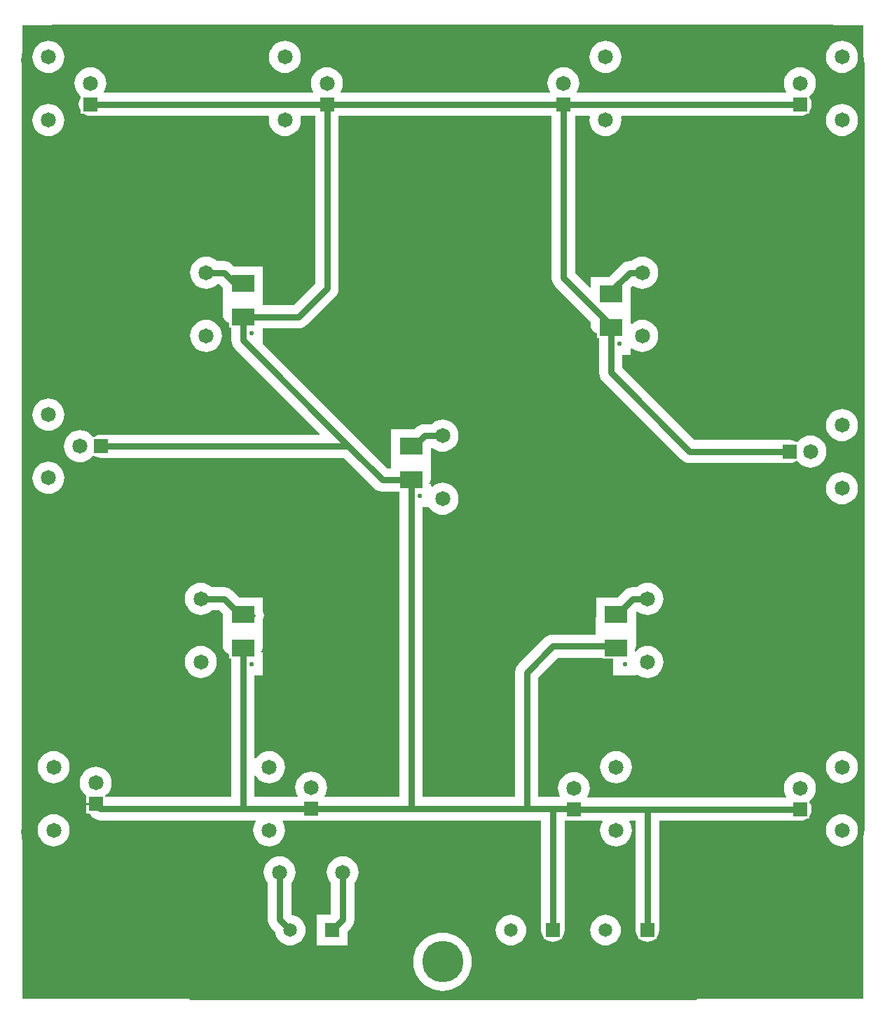
<source format=gtl>
G04*
G04 #@! TF.GenerationSoftware,Altium Limited,Altium Designer,20.1.11 (218)*
G04*
G04 Layer_Physical_Order=1*
G04 Layer_Color=255*
%FSLAX24Y24*%
%MOIN*%
G70*
G04*
G04 #@! TF.SameCoordinates,6E5F219A-F95A-408D-A6A4-F8ABCC739CFB*
G04*
G04*
G04 #@! TF.FilePolarity,Positive*
G04*
G01*
G75*
%ADD10R,0.1100X0.0800*%
%ADD11C,0.0300*%
%ADD12C,0.0100*%
%ADD13C,0.0200*%
%ADD14C,0.0715*%
%ADD15R,0.0715X0.0715*%
%ADD16R,0.0715X0.0715*%
%ADD17C,0.0650*%
%ADD18R,0.0650X0.0650*%
%ADD19C,0.1969*%
G36*
X121750Y161500D02*
X81750D01*
Y207750D01*
X121750D01*
Y161500D01*
D02*
G37*
%LPC*%
G36*
X109500Y207011D02*
X109352Y206996D01*
X109209Y206953D01*
X109077Y206883D01*
X108962Y206788D01*
X108867Y206673D01*
X108797Y206541D01*
X108754Y206398D01*
X108739Y206250D01*
X108754Y206102D01*
X108797Y205959D01*
X108867Y205827D01*
X108962Y205712D01*
X109077Y205617D01*
X109209Y205547D01*
X109352Y205504D01*
X109500Y205489D01*
X109648Y205504D01*
X109791Y205547D01*
X109923Y205617D01*
X110038Y205712D01*
X110133Y205827D01*
X110203Y205959D01*
X110246Y206102D01*
X110261Y206250D01*
X110246Y206398D01*
X110203Y206541D01*
X110133Y206673D01*
X110038Y206788D01*
X109923Y206883D01*
X109791Y206953D01*
X109648Y206996D01*
X109500Y207011D01*
D02*
G37*
G36*
X94250D02*
X94102Y206996D01*
X93959Y206953D01*
X93827Y206883D01*
X93712Y206788D01*
X93617Y206673D01*
X93547Y206541D01*
X93504Y206398D01*
X93489Y206250D01*
X93504Y206102D01*
X93547Y205959D01*
X93617Y205827D01*
X93712Y205712D01*
X93827Y205617D01*
X93959Y205547D01*
X94102Y205504D01*
X94250Y205489D01*
X94398Y205504D01*
X94541Y205547D01*
X94673Y205617D01*
X94788Y205712D01*
X94883Y205827D01*
X94953Y205959D01*
X94996Y206102D01*
X95011Y206250D01*
X94996Y206398D01*
X94953Y206541D01*
X94883Y206673D01*
X94788Y206788D01*
X94673Y206883D01*
X94541Y206953D01*
X94398Y206996D01*
X94250Y207011D01*
D02*
G37*
G36*
X83000D02*
X82852Y206996D01*
X82709Y206953D01*
X82577Y206883D01*
X82462Y206788D01*
X82367Y206673D01*
X82297Y206541D01*
X82254Y206398D01*
X82239Y206250D01*
X82254Y206102D01*
X82297Y205959D01*
X82367Y205827D01*
X82462Y205712D01*
X82577Y205617D01*
X82709Y205547D01*
X82852Y205504D01*
X83000Y205489D01*
X83148Y205504D01*
X83291Y205547D01*
X83423Y205617D01*
X83538Y205712D01*
X83633Y205827D01*
X83703Y205959D01*
X83746Y206102D01*
X83761Y206250D01*
X83746Y206398D01*
X83703Y206541D01*
X83633Y206673D01*
X83538Y206788D01*
X83423Y206883D01*
X83291Y206953D01*
X83148Y206996D01*
X83000Y207011D01*
D02*
G37*
G36*
X120750Y207011D02*
X120602Y206996D01*
X120459Y206953D01*
X120327Y206883D01*
X120212Y206788D01*
X120117Y206673D01*
X120047Y206541D01*
X120004Y206398D01*
X119989Y206250D01*
X120004Y206102D01*
X120047Y205959D01*
X120117Y205827D01*
X120212Y205712D01*
X120327Y205617D01*
X120459Y205547D01*
X120602Y205504D01*
X120750Y205489D01*
X120898Y205504D01*
X121041Y205547D01*
X121173Y205617D01*
X121288Y205712D01*
X121383Y205827D01*
X121453Y205959D01*
X121496Y206102D01*
X121511Y206250D01*
X121496Y206398D01*
X121453Y206541D01*
X121383Y206673D01*
X121288Y206788D01*
X121173Y206883D01*
X121041Y206953D01*
X120898Y206996D01*
X120750Y207011D01*
D02*
G37*
G36*
X118750Y205761D02*
X118602Y205746D01*
X118459Y205703D01*
X118327Y205633D01*
X118212Y205538D01*
X118117Y205423D01*
X118047Y205291D01*
X118004Y205148D01*
X117989Y205000D01*
X118004Y204852D01*
X118047Y204709D01*
X118103Y204605D01*
X118073Y204555D01*
X108177D01*
X108147Y204605D01*
X108203Y204709D01*
X108246Y204852D01*
X108261Y205000D01*
X108246Y205148D01*
X108203Y205291D01*
X108133Y205423D01*
X108038Y205538D01*
X107923Y205633D01*
X107791Y205703D01*
X107648Y205746D01*
X107500Y205761D01*
X107352Y205746D01*
X107209Y205703D01*
X107077Y205633D01*
X106962Y205538D01*
X106867Y205423D01*
X106797Y205291D01*
X106754Y205148D01*
X106739Y205000D01*
X106754Y204852D01*
X106797Y204709D01*
X106853Y204605D01*
X106823Y204555D01*
X96927D01*
X96897Y204605D01*
X96953Y204709D01*
X96996Y204852D01*
X97011Y205000D01*
X96996Y205148D01*
X96953Y205291D01*
X96883Y205423D01*
X96788Y205538D01*
X96673Y205633D01*
X96541Y205703D01*
X96398Y205746D01*
X96250Y205761D01*
X96102Y205746D01*
X95959Y205703D01*
X95827Y205633D01*
X95712Y205538D01*
X95617Y205423D01*
X95547Y205291D01*
X95504Y205148D01*
X95489Y205000D01*
X95504Y204852D01*
X95547Y204709D01*
X95603Y204605D01*
X95573Y204555D01*
X85677D01*
X85647Y204605D01*
X85703Y204709D01*
X85746Y204852D01*
X85761Y205000D01*
X85746Y205148D01*
X85703Y205291D01*
X85633Y205423D01*
X85538Y205538D01*
X85423Y205633D01*
X85291Y205703D01*
X85148Y205746D01*
X85000Y205761D01*
X84852Y205746D01*
X84709Y205703D01*
X84577Y205633D01*
X84462Y205538D01*
X84367Y205423D01*
X84297Y205291D01*
X84254Y205148D01*
X84239Y205000D01*
X84254Y204852D01*
X84297Y204709D01*
X84367Y204577D01*
X84462Y204462D01*
X84543Y204396D01*
Y204308D01*
X84520Y204277D01*
X84464Y204144D01*
X84445Y204000D01*
X84464Y203856D01*
X84520Y203723D01*
X84543Y203692D01*
Y203543D01*
X84692D01*
X84723Y203520D01*
X84856Y203464D01*
X85000Y203445D01*
X93476D01*
X93502Y203410D01*
X93503Y203395D01*
X93489Y203250D01*
X93504Y203102D01*
X93547Y202959D01*
X93617Y202827D01*
X93712Y202712D01*
X93827Y202617D01*
X93959Y202547D01*
X94102Y202504D01*
X94250Y202489D01*
X94398Y202504D01*
X94541Y202547D01*
X94673Y202617D01*
X94788Y202712D01*
X94883Y202827D01*
X94953Y202959D01*
X94996Y203102D01*
X95011Y203250D01*
X94997Y203395D01*
X94998Y203410D01*
X95024Y203445D01*
X95695D01*
Y195480D01*
X94670Y194455D01*
X93205D01*
Y195389D01*
X93200Y195423D01*
Y196300D01*
X91835D01*
X91742Y196392D01*
X91627Y196480D01*
X91494Y196536D01*
X91350Y196555D01*
X91018D01*
X90923Y196633D01*
X90791Y196703D01*
X90648Y196746D01*
X90500Y196761D01*
X90352Y196746D01*
X90209Y196703D01*
X90077Y196633D01*
X89962Y196538D01*
X89867Y196423D01*
X89797Y196291D01*
X89754Y196148D01*
X89739Y196000D01*
X89754Y195852D01*
X89797Y195709D01*
X89867Y195577D01*
X89962Y195462D01*
X90077Y195367D01*
X90209Y195297D01*
X90352Y195254D01*
X90500Y195239D01*
X90648Y195254D01*
X90791Y195297D01*
X90923Y195367D01*
X91018Y195445D01*
X91120D01*
X91295Y195270D01*
Y194011D01*
X91309Y193907D01*
X91349Y193810D01*
X91413Y193726D01*
X91497Y193662D01*
X91594Y193622D01*
X91600Y193621D01*
Y193400D01*
X91695D01*
Y192788D01*
X91714Y192644D01*
X91770Y192511D01*
X91858Y192396D01*
X95902Y188351D01*
X95883Y188305D01*
X85500D01*
X85356Y188286D01*
X85223Y188230D01*
X85192Y188207D01*
X85104D01*
X85038Y188288D01*
X84923Y188383D01*
X84791Y188453D01*
X84648Y188496D01*
X84500Y188511D01*
X84352Y188496D01*
X84209Y188453D01*
X84077Y188383D01*
X83962Y188288D01*
X83867Y188173D01*
X83797Y188041D01*
X83754Y187898D01*
X83739Y187750D01*
X83754Y187602D01*
X83797Y187459D01*
X83867Y187327D01*
X83962Y187212D01*
X84077Y187117D01*
X84209Y187047D01*
X84352Y187004D01*
X84500Y186989D01*
X84648Y187004D01*
X84791Y187047D01*
X84923Y187117D01*
X85038Y187212D01*
X85104Y187293D01*
X85192D01*
X85223Y187270D01*
X85356Y187214D01*
X85500Y187195D01*
X97058D01*
X98496Y185758D01*
X98611Y185670D01*
X98744Y185614D01*
X98888Y185595D01*
X99695D01*
Y171083D01*
X96177D01*
X96147Y171133D01*
X96203Y171237D01*
X96246Y171380D01*
X96261Y171528D01*
X96246Y171677D01*
X96203Y171819D01*
X96133Y171951D01*
X96038Y172066D01*
X95923Y172161D01*
X95791Y172231D01*
X95648Y172274D01*
X95500Y172289D01*
X95352Y172274D01*
X95209Y172231D01*
X95077Y172161D01*
X94962Y172066D01*
X94867Y171951D01*
X94797Y171819D01*
X94754Y171677D01*
X94739Y171528D01*
X94754Y171380D01*
X94797Y171237D01*
X94853Y171133D01*
X94823Y171083D01*
X92805D01*
Y172091D01*
X92853Y172104D01*
X92867Y172077D01*
X92962Y171962D01*
X93077Y171867D01*
X93209Y171797D01*
X93352Y171754D01*
X93500Y171739D01*
X93648Y171754D01*
X93791Y171797D01*
X93923Y171867D01*
X94038Y171962D01*
X94133Y172077D01*
X94203Y172209D01*
X94246Y172352D01*
X94261Y172500D01*
X94246Y172648D01*
X94203Y172791D01*
X94133Y172923D01*
X94038Y173038D01*
X93923Y173133D01*
X93791Y173203D01*
X93648Y173246D01*
X93500Y173261D01*
X93352Y173246D01*
X93209Y173203D01*
X93077Y173133D01*
X92962Y173038D01*
X92867Y172923D01*
X92853Y172896D01*
X92805Y172909D01*
Y176850D01*
X93200D01*
Y177950D01*
X93129D01*
X93105Y178000D01*
X93151Y178060D01*
X93191Y178157D01*
X93205Y178261D01*
Y179501D01*
X93238Y179583D01*
X93254Y179700D01*
X93238Y179817D01*
X93200Y179910D01*
Y180550D01*
X92085D01*
X91742Y180892D01*
X91627Y180980D01*
X91494Y181036D01*
X91350Y181055D01*
X90768D01*
X90673Y181133D01*
X90541Y181203D01*
X90398Y181246D01*
X90250Y181261D01*
X90102Y181246D01*
X89959Y181203D01*
X89827Y181133D01*
X89712Y181038D01*
X89617Y180923D01*
X89547Y180791D01*
X89504Y180648D01*
X89489Y180500D01*
X89504Y180352D01*
X89547Y180209D01*
X89617Y180077D01*
X89712Y179962D01*
X89827Y179867D01*
X89959Y179797D01*
X90102Y179754D01*
X90250Y179739D01*
X90398Y179754D01*
X90541Y179797D01*
X90673Y179867D01*
X90768Y179945D01*
X91120D01*
X91300Y179765D01*
Y179674D01*
X91295Y179639D01*
Y178261D01*
X91309Y178157D01*
X91349Y178060D01*
X91413Y177976D01*
X91497Y177912D01*
X91594Y177872D01*
X91600Y177871D01*
Y177650D01*
X91695D01*
Y171083D01*
X85707D01*
Y171146D01*
X85788Y171212D01*
X85883Y171327D01*
X85953Y171459D01*
X85996Y171602D01*
X86011Y171750D01*
X85996Y171898D01*
X85953Y172041D01*
X85883Y172173D01*
X85788Y172288D01*
X85673Y172383D01*
X85541Y172453D01*
X85398Y172496D01*
X85250Y172511D01*
X85102Y172496D01*
X84959Y172453D01*
X84827Y172383D01*
X84712Y172288D01*
X84617Y172173D01*
X84547Y172041D01*
X84504Y171898D01*
X84489Y171750D01*
X84504Y171602D01*
X84547Y171459D01*
X84617Y171327D01*
X84712Y171212D01*
X84793Y171146D01*
Y170800D01*
X85250D01*
Y170700D01*
X84793D01*
Y170293D01*
X84974D01*
X84992Y170251D01*
X85080Y170136D01*
X85195Y170048D01*
X85328Y169992D01*
X85472Y169973D01*
X92850D01*
X92872Y169928D01*
X92867Y169923D01*
X92797Y169791D01*
X92754Y169648D01*
X92739Y169500D01*
X92754Y169352D01*
X92797Y169209D01*
X92867Y169077D01*
X92962Y168962D01*
X93077Y168867D01*
X93209Y168797D01*
X93352Y168754D01*
X93500Y168739D01*
X93648Y168754D01*
X93791Y168797D01*
X93923Y168867D01*
X94038Y168962D01*
X94133Y169077D01*
X94203Y169209D01*
X94246Y169352D01*
X94261Y169500D01*
X94246Y169648D01*
X94203Y169791D01*
X94133Y169923D01*
X94128Y169928D01*
X94150Y169973D01*
X106445D01*
Y164750D01*
X106464Y164606D01*
X106520Y164473D01*
X106575Y164400D01*
Y164325D01*
X106650D01*
X106723Y164270D01*
X106856Y164214D01*
X107000Y164195D01*
X107144Y164214D01*
X107277Y164270D01*
X107350Y164325D01*
X107425D01*
Y164400D01*
X107480Y164473D01*
X107536Y164606D01*
X107555Y164750D01*
Y169973D01*
X107834D01*
X107856Y169964D01*
X108000Y169945D01*
X109323D01*
X109353Y169895D01*
X109297Y169791D01*
X109254Y169648D01*
X109239Y169500D01*
X109254Y169352D01*
X109297Y169209D01*
X109367Y169077D01*
X109462Y168962D01*
X109577Y168867D01*
X109709Y168797D01*
X109852Y168754D01*
X110000Y168739D01*
X110148Y168754D01*
X110291Y168797D01*
X110423Y168867D01*
X110538Y168962D01*
X110633Y169077D01*
X110703Y169209D01*
X110746Y169352D01*
X110761Y169500D01*
X110746Y169648D01*
X110703Y169791D01*
X110647Y169895D01*
X110677Y169945D01*
X110945D01*
Y164750D01*
X110964Y164606D01*
X111020Y164473D01*
X111075Y164400D01*
Y164325D01*
X111150D01*
X111223Y164270D01*
X111356Y164214D01*
X111500Y164195D01*
X111644Y164214D01*
X111777Y164270D01*
X111850Y164325D01*
X111925D01*
Y164400D01*
X111980Y164473D01*
X112036Y164606D01*
X112055Y164750D01*
Y169945D01*
X118750D01*
X118894Y169964D01*
X119027Y170020D01*
X119058Y170043D01*
X119207D01*
Y170192D01*
X119230Y170223D01*
X119286Y170356D01*
X119305Y170500D01*
X119286Y170644D01*
X119230Y170777D01*
X119207Y170808D01*
Y170896D01*
X119288Y170962D01*
X119383Y171077D01*
X119453Y171209D01*
X119496Y171352D01*
X119511Y171500D01*
X119496Y171648D01*
X119453Y171791D01*
X119383Y171923D01*
X119288Y172038D01*
X119173Y172133D01*
X119041Y172203D01*
X118898Y172246D01*
X118750Y172261D01*
X118602Y172246D01*
X118459Y172203D01*
X118327Y172133D01*
X118212Y172038D01*
X118117Y171923D01*
X118047Y171791D01*
X118004Y171648D01*
X117989Y171500D01*
X118004Y171352D01*
X118047Y171209D01*
X118103Y171105D01*
X118073Y171055D01*
X108677D01*
X108647Y171105D01*
X108703Y171209D01*
X108746Y171352D01*
X108761Y171500D01*
X108746Y171648D01*
X108703Y171791D01*
X108633Y171923D01*
X108538Y172038D01*
X108423Y172133D01*
X108291Y172203D01*
X108148Y172246D01*
X108000Y172261D01*
X107852Y172246D01*
X107709Y172203D01*
X107577Y172133D01*
X107462Y172038D01*
X107367Y171923D01*
X107297Y171791D01*
X107254Y171648D01*
X107239Y171500D01*
X107254Y171352D01*
X107297Y171209D01*
X107341Y171126D01*
X107316Y171083D01*
X106305D01*
Y176770D01*
X107230Y177695D01*
X109350D01*
Y177650D01*
X109850D01*
Y176850D01*
X110950D01*
Y176907D01*
X111000Y176931D01*
X111077Y176867D01*
X111209Y176797D01*
X111352Y176754D01*
X111500Y176739D01*
X111648Y176754D01*
X111791Y176797D01*
X111923Y176867D01*
X112038Y176962D01*
X112133Y177077D01*
X112203Y177209D01*
X112246Y177352D01*
X112261Y177500D01*
X112246Y177648D01*
X112203Y177791D01*
X112133Y177923D01*
X112038Y178038D01*
X111923Y178133D01*
X111791Y178203D01*
X111648Y178246D01*
X111500Y178261D01*
X111352Y178246D01*
X111209Y178203D01*
X111077Y178133D01*
X110962Y178038D01*
X110918Y177985D01*
X110907Y177986D01*
X110885Y178039D01*
X110901Y178060D01*
X110941Y178157D01*
X110955Y178261D01*
Y179639D01*
X110950Y179673D01*
Y179865D01*
X111008Y179924D01*
X111077Y179867D01*
X111209Y179797D01*
X111352Y179754D01*
X111500Y179739D01*
X111648Y179754D01*
X111791Y179797D01*
X111923Y179867D01*
X112038Y179962D01*
X112133Y180077D01*
X112203Y180209D01*
X112246Y180352D01*
X112261Y180500D01*
X112246Y180648D01*
X112203Y180791D01*
X112133Y180923D01*
X112038Y181038D01*
X111923Y181133D01*
X111791Y181203D01*
X111648Y181246D01*
X111500Y181261D01*
X111352Y181246D01*
X111209Y181203D01*
X111077Y181133D01*
X110982Y181055D01*
X110800D01*
X110800Y181055D01*
X110656Y181036D01*
X110523Y180980D01*
X110408Y180892D01*
X110065Y180550D01*
X109050D01*
Y179674D01*
X109045Y179639D01*
Y178805D01*
X107000D01*
X107000Y178805D01*
X106856Y178786D01*
X106723Y178730D01*
X106608Y178642D01*
X105358Y177392D01*
X105270Y177277D01*
X105214Y177144D01*
X105195Y177000D01*
Y171083D01*
X100805D01*
Y184850D01*
X101105D01*
X101117Y184827D01*
X101212Y184712D01*
X101327Y184617D01*
X101459Y184547D01*
X101602Y184504D01*
X101750Y184489D01*
X101898Y184504D01*
X102041Y184547D01*
X102173Y184617D01*
X102288Y184712D01*
X102383Y184827D01*
X102453Y184959D01*
X102496Y185102D01*
X102511Y185250D01*
X102496Y185398D01*
X102453Y185541D01*
X102383Y185673D01*
X102288Y185788D01*
X102173Y185883D01*
X102041Y185953D01*
X101898Y185996D01*
X101750Y186011D01*
X101602Y185996D01*
X101459Y185953D01*
X101327Y185883D01*
X101250Y185819D01*
X101200Y185843D01*
Y185950D01*
X101129D01*
X101105Y186000D01*
X101151Y186060D01*
X101191Y186157D01*
X101205Y186261D01*
Y187639D01*
X101204Y187645D01*
X101210Y187657D01*
X101261Y187672D01*
X101327Y187617D01*
X101459Y187547D01*
X101602Y187504D01*
X101750Y187489D01*
X101898Y187504D01*
X102041Y187547D01*
X102173Y187617D01*
X102288Y187712D01*
X102383Y187827D01*
X102453Y187959D01*
X102496Y188102D01*
X102511Y188250D01*
X102496Y188398D01*
X102453Y188541D01*
X102383Y188673D01*
X102288Y188788D01*
X102173Y188883D01*
X102041Y188953D01*
X101898Y188996D01*
X101750Y189011D01*
X101602Y188996D01*
X101459Y188953D01*
X101327Y188883D01*
X101232Y188805D01*
X100900D01*
X100900Y188805D01*
X100756Y188786D01*
X100623Y188730D01*
X100508Y188642D01*
X100415Y188550D01*
X99300D01*
Y187674D01*
X99295Y187639D01*
Y186705D01*
X99118D01*
X97661Y188161D01*
X93200Y192622D01*
Y193345D01*
X94900D01*
X95044Y193364D01*
X95177Y193420D01*
X95292Y193508D01*
X96642Y194858D01*
X96642Y194858D01*
X96730Y194973D01*
X96786Y195106D01*
X96805Y195250D01*
Y203445D01*
X106945D01*
Y195750D01*
X106964Y195606D01*
X107020Y195473D01*
X107108Y195358D01*
X108795Y193670D01*
Y193511D01*
X108809Y193407D01*
X108849Y193310D01*
X108913Y193226D01*
X108997Y193162D01*
X109094Y193122D01*
X109100Y193121D01*
Y192900D01*
X109195D01*
Y191250D01*
X109214Y191106D01*
X109270Y190973D01*
X109358Y190858D01*
X113108Y187108D01*
X113223Y187020D01*
X113356Y186964D01*
X113500Y186945D01*
X113500Y186945D01*
X118250D01*
X118394Y186964D01*
X118527Y187020D01*
X118558Y187043D01*
X118646D01*
X118712Y186962D01*
X118827Y186867D01*
X118959Y186797D01*
X119102Y186754D01*
X119250Y186739D01*
X119398Y186754D01*
X119541Y186797D01*
X119673Y186867D01*
X119788Y186962D01*
X119883Y187077D01*
X119953Y187209D01*
X119996Y187352D01*
X120011Y187500D01*
X119996Y187648D01*
X119953Y187791D01*
X119883Y187923D01*
X119788Y188038D01*
X119673Y188133D01*
X119541Y188203D01*
X119398Y188246D01*
X119250Y188261D01*
X119102Y188246D01*
X118959Y188203D01*
X118827Y188133D01*
X118712Y188038D01*
X118646Y187957D01*
X118558D01*
X118527Y187980D01*
X118394Y188036D01*
X118250Y188055D01*
X113730D01*
X110305Y191480D01*
Y192100D01*
X110700D01*
Y192407D01*
X110750Y192431D01*
X110827Y192367D01*
X110959Y192297D01*
X111102Y192254D01*
X111250Y192239D01*
X111398Y192254D01*
X111541Y192297D01*
X111673Y192367D01*
X111788Y192462D01*
X111883Y192577D01*
X111953Y192709D01*
X111996Y192852D01*
X112011Y193000D01*
X111996Y193148D01*
X111953Y193291D01*
X111883Y193423D01*
X111788Y193538D01*
X111673Y193633D01*
X111541Y193703D01*
X111398Y193746D01*
X111250Y193761D01*
X111102Y193746D01*
X110959Y193703D01*
X110827Y193633D01*
X110755Y193573D01*
X110705Y193597D01*
Y194889D01*
X110700Y194923D01*
Y195265D01*
X110813Y195379D01*
X110827Y195367D01*
X110959Y195297D01*
X111102Y195254D01*
X111250Y195239D01*
X111398Y195254D01*
X111541Y195297D01*
X111673Y195367D01*
X111788Y195462D01*
X111883Y195577D01*
X111953Y195709D01*
X111996Y195852D01*
X112011Y196000D01*
X111996Y196148D01*
X111953Y196291D01*
X111883Y196423D01*
X111788Y196538D01*
X111673Y196633D01*
X111541Y196703D01*
X111398Y196746D01*
X111250Y196761D01*
X111102Y196746D01*
X110959Y196703D01*
X110827Y196633D01*
X110732Y196555D01*
X110650D01*
X110506Y196536D01*
X110373Y196480D01*
X110258Y196392D01*
X109665Y195800D01*
X108800D01*
Y195300D01*
X108754Y195281D01*
X108055Y195980D01*
Y203445D01*
X108726D01*
X108752Y203410D01*
X108753Y203395D01*
X108739Y203250D01*
X108754Y203102D01*
X108797Y202959D01*
X108867Y202827D01*
X108962Y202712D01*
X109077Y202617D01*
X109209Y202547D01*
X109352Y202504D01*
X109500Y202489D01*
X109648Y202504D01*
X109791Y202547D01*
X109923Y202617D01*
X110038Y202712D01*
X110133Y202827D01*
X110203Y202959D01*
X110246Y203102D01*
X110261Y203250D01*
X110247Y203395D01*
X110248Y203410D01*
X110274Y203445D01*
X118750D01*
X118894Y203464D01*
X119027Y203520D01*
X119058Y203543D01*
X119207D01*
Y203692D01*
X119230Y203723D01*
X119286Y203856D01*
X119305Y204000D01*
X119286Y204144D01*
X119230Y204277D01*
X119207Y204308D01*
Y204396D01*
X119288Y204462D01*
X119383Y204577D01*
X119453Y204709D01*
X119496Y204852D01*
X119511Y205000D01*
X119496Y205148D01*
X119453Y205291D01*
X119383Y205423D01*
X119288Y205538D01*
X119173Y205633D01*
X119041Y205703D01*
X118898Y205746D01*
X118750Y205761D01*
D02*
G37*
G36*
X120750Y204011D02*
X120602Y203996D01*
X120459Y203953D01*
X120327Y203883D01*
X120212Y203788D01*
X120117Y203673D01*
X120047Y203541D01*
X120004Y203398D01*
X119989Y203250D01*
X120004Y203102D01*
X120047Y202959D01*
X120117Y202827D01*
X120212Y202712D01*
X120327Y202617D01*
X120459Y202547D01*
X120602Y202504D01*
X120750Y202489D01*
X120898Y202504D01*
X121041Y202547D01*
X121173Y202617D01*
X121288Y202712D01*
X121383Y202827D01*
X121453Y202959D01*
X121496Y203102D01*
X121511Y203250D01*
X121496Y203398D01*
X121453Y203541D01*
X121383Y203673D01*
X121288Y203788D01*
X121173Y203883D01*
X121041Y203953D01*
X120898Y203996D01*
X120750Y204011D01*
D02*
G37*
G36*
X83000Y204011D02*
X82852Y203996D01*
X82709Y203953D01*
X82577Y203883D01*
X82462Y203788D01*
X82367Y203673D01*
X82297Y203541D01*
X82254Y203398D01*
X82239Y203250D01*
X82254Y203102D01*
X82297Y202959D01*
X82367Y202827D01*
X82462Y202712D01*
X82577Y202617D01*
X82709Y202547D01*
X82852Y202504D01*
X83000Y202489D01*
X83148Y202504D01*
X83291Y202547D01*
X83423Y202617D01*
X83538Y202712D01*
X83633Y202827D01*
X83703Y202959D01*
X83746Y203102D01*
X83761Y203250D01*
X83746Y203398D01*
X83703Y203541D01*
X83633Y203673D01*
X83538Y203788D01*
X83423Y203883D01*
X83291Y203953D01*
X83148Y203996D01*
X83000Y204011D01*
D02*
G37*
G36*
X90500Y193761D02*
X90352Y193746D01*
X90209Y193703D01*
X90077Y193633D01*
X89962Y193538D01*
X89867Y193423D01*
X89797Y193291D01*
X89754Y193148D01*
X89739Y193000D01*
X89754Y192852D01*
X89797Y192709D01*
X89867Y192577D01*
X89962Y192462D01*
X90077Y192367D01*
X90209Y192297D01*
X90352Y192254D01*
X90500Y192239D01*
X90648Y192254D01*
X90791Y192297D01*
X90923Y192367D01*
X91038Y192462D01*
X91133Y192577D01*
X91203Y192709D01*
X91246Y192852D01*
X91261Y193000D01*
X91246Y193148D01*
X91203Y193291D01*
X91133Y193423D01*
X91038Y193538D01*
X90923Y193633D01*
X90791Y193703D01*
X90648Y193746D01*
X90500Y193761D01*
D02*
G37*
G36*
X83000Y190011D02*
X82852Y189996D01*
X82709Y189953D01*
X82577Y189883D01*
X82462Y189788D01*
X82367Y189673D01*
X82297Y189541D01*
X82254Y189398D01*
X82239Y189250D01*
X82254Y189102D01*
X82297Y188959D01*
X82367Y188827D01*
X82462Y188712D01*
X82577Y188617D01*
X82709Y188547D01*
X82852Y188504D01*
X83000Y188489D01*
X83148Y188504D01*
X83291Y188547D01*
X83423Y188617D01*
X83538Y188712D01*
X83633Y188827D01*
X83703Y188959D01*
X83746Y189102D01*
X83761Y189250D01*
X83746Y189398D01*
X83703Y189541D01*
X83633Y189673D01*
X83538Y189788D01*
X83423Y189883D01*
X83291Y189953D01*
X83148Y189996D01*
X83000Y190011D01*
D02*
G37*
G36*
X120750Y189511D02*
X120602Y189496D01*
X120459Y189453D01*
X120327Y189383D01*
X120212Y189288D01*
X120117Y189173D01*
X120047Y189041D01*
X120004Y188898D01*
X119989Y188750D01*
X120004Y188602D01*
X120047Y188459D01*
X120117Y188327D01*
X120212Y188212D01*
X120327Y188117D01*
X120459Y188047D01*
X120602Y188004D01*
X120750Y187989D01*
X120898Y188004D01*
X121041Y188047D01*
X121173Y188117D01*
X121288Y188212D01*
X121383Y188327D01*
X121453Y188459D01*
X121496Y188602D01*
X121511Y188750D01*
X121496Y188898D01*
X121453Y189041D01*
X121383Y189173D01*
X121288Y189288D01*
X121173Y189383D01*
X121041Y189453D01*
X120898Y189496D01*
X120750Y189511D01*
D02*
G37*
G36*
X83000Y187011D02*
X82852Y186996D01*
X82709Y186953D01*
X82577Y186883D01*
X82462Y186788D01*
X82367Y186673D01*
X82297Y186541D01*
X82254Y186398D01*
X82239Y186250D01*
X82254Y186102D01*
X82297Y185959D01*
X82367Y185827D01*
X82462Y185712D01*
X82577Y185617D01*
X82709Y185547D01*
X82852Y185504D01*
X83000Y185489D01*
X83148Y185504D01*
X83291Y185547D01*
X83423Y185617D01*
X83538Y185712D01*
X83633Y185827D01*
X83703Y185959D01*
X83746Y186102D01*
X83761Y186250D01*
X83746Y186398D01*
X83703Y186541D01*
X83633Y186673D01*
X83538Y186788D01*
X83423Y186883D01*
X83291Y186953D01*
X83148Y186996D01*
X83000Y187011D01*
D02*
G37*
G36*
X120750Y186511D02*
X120602Y186496D01*
X120459Y186453D01*
X120327Y186383D01*
X120212Y186288D01*
X120117Y186173D01*
X120047Y186041D01*
X120004Y185898D01*
X119989Y185750D01*
X120004Y185602D01*
X120047Y185459D01*
X120117Y185327D01*
X120212Y185212D01*
X120327Y185117D01*
X120459Y185047D01*
X120602Y185004D01*
X120750Y184989D01*
X120898Y185004D01*
X121041Y185047D01*
X121173Y185117D01*
X121288Y185212D01*
X121383Y185327D01*
X121453Y185459D01*
X121496Y185602D01*
X121511Y185750D01*
X121496Y185898D01*
X121453Y186041D01*
X121383Y186173D01*
X121288Y186288D01*
X121173Y186383D01*
X121041Y186453D01*
X120898Y186496D01*
X120750Y186511D01*
D02*
G37*
G36*
X90250Y178261D02*
X90102Y178246D01*
X89959Y178203D01*
X89827Y178133D01*
X89712Y178038D01*
X89617Y177923D01*
X89547Y177791D01*
X89504Y177648D01*
X89489Y177500D01*
X89504Y177352D01*
X89547Y177209D01*
X89617Y177077D01*
X89712Y176962D01*
X89827Y176867D01*
X89959Y176797D01*
X90102Y176754D01*
X90250Y176739D01*
X90398Y176754D01*
X90541Y176797D01*
X90673Y176867D01*
X90788Y176962D01*
X90883Y177077D01*
X90953Y177209D01*
X90996Y177352D01*
X91011Y177500D01*
X90996Y177648D01*
X90953Y177791D01*
X90883Y177923D01*
X90788Y178038D01*
X90673Y178133D01*
X90541Y178203D01*
X90398Y178246D01*
X90250Y178261D01*
D02*
G37*
G36*
X120750Y173261D02*
X120602Y173246D01*
X120459Y173203D01*
X120327Y173133D01*
X120212Y173038D01*
X120117Y172923D01*
X120047Y172791D01*
X120004Y172648D01*
X119989Y172500D01*
X120004Y172352D01*
X120047Y172209D01*
X120117Y172077D01*
X120212Y171962D01*
X120327Y171867D01*
X120459Y171797D01*
X120602Y171754D01*
X120750Y171739D01*
X120898Y171754D01*
X121041Y171797D01*
X121173Y171867D01*
X121288Y171962D01*
X121383Y172077D01*
X121453Y172209D01*
X121496Y172352D01*
X121511Y172500D01*
X121496Y172648D01*
X121453Y172791D01*
X121383Y172923D01*
X121288Y173038D01*
X121173Y173133D01*
X121041Y173203D01*
X120898Y173246D01*
X120750Y173261D01*
D02*
G37*
G36*
X110000D02*
X109852Y173246D01*
X109709Y173203D01*
X109577Y173133D01*
X109462Y173038D01*
X109367Y172923D01*
X109297Y172791D01*
X109254Y172648D01*
X109239Y172500D01*
X109254Y172352D01*
X109297Y172209D01*
X109367Y172077D01*
X109462Y171962D01*
X109577Y171867D01*
X109709Y171797D01*
X109852Y171754D01*
X110000Y171739D01*
X110148Y171754D01*
X110291Y171797D01*
X110423Y171867D01*
X110538Y171962D01*
X110633Y172077D01*
X110703Y172209D01*
X110746Y172352D01*
X110761Y172500D01*
X110746Y172648D01*
X110703Y172791D01*
X110633Y172923D01*
X110538Y173038D01*
X110423Y173133D01*
X110291Y173203D01*
X110148Y173246D01*
X110000Y173261D01*
D02*
G37*
G36*
X83250D02*
X83102Y173246D01*
X82959Y173203D01*
X82827Y173133D01*
X82712Y173038D01*
X82617Y172923D01*
X82547Y172791D01*
X82504Y172648D01*
X82489Y172500D01*
X82504Y172352D01*
X82547Y172209D01*
X82617Y172077D01*
X82712Y171962D01*
X82827Y171867D01*
X82959Y171797D01*
X83102Y171754D01*
X83250Y171739D01*
X83398Y171754D01*
X83541Y171797D01*
X83673Y171867D01*
X83788Y171962D01*
X83883Y172077D01*
X83953Y172209D01*
X83996Y172352D01*
X84011Y172500D01*
X83996Y172648D01*
X83953Y172791D01*
X83883Y172923D01*
X83788Y173038D01*
X83673Y173133D01*
X83541Y173203D01*
X83398Y173246D01*
X83250Y173261D01*
D02*
G37*
G36*
X120750Y170261D02*
X120602Y170246D01*
X120459Y170203D01*
X120327Y170133D01*
X120212Y170038D01*
X120117Y169923D01*
X120047Y169791D01*
X120004Y169648D01*
X119989Y169500D01*
X120004Y169352D01*
X120047Y169209D01*
X120117Y169077D01*
X120212Y168962D01*
X120327Y168867D01*
X120459Y168797D01*
X120602Y168754D01*
X120750Y168739D01*
X120898Y168754D01*
X121041Y168797D01*
X121173Y168867D01*
X121288Y168962D01*
X121383Y169077D01*
X121453Y169209D01*
X121496Y169352D01*
X121511Y169500D01*
X121496Y169648D01*
X121453Y169791D01*
X121383Y169923D01*
X121288Y170038D01*
X121173Y170133D01*
X121041Y170203D01*
X120898Y170246D01*
X120750Y170261D01*
D02*
G37*
G36*
X83250D02*
X83102Y170246D01*
X82959Y170203D01*
X82827Y170133D01*
X82712Y170038D01*
X82617Y169923D01*
X82547Y169791D01*
X82504Y169648D01*
X82489Y169500D01*
X82504Y169352D01*
X82547Y169209D01*
X82617Y169077D01*
X82712Y168962D01*
X82827Y168867D01*
X82959Y168797D01*
X83102Y168754D01*
X83250Y168739D01*
X83398Y168754D01*
X83541Y168797D01*
X83673Y168867D01*
X83788Y168962D01*
X83883Y169077D01*
X83953Y169209D01*
X83996Y169352D01*
X84011Y169500D01*
X83996Y169648D01*
X83953Y169791D01*
X83883Y169923D01*
X83788Y170038D01*
X83673Y170133D01*
X83541Y170203D01*
X83398Y170246D01*
X83250Y170261D01*
D02*
G37*
G36*
X97000Y168261D02*
X96852Y168246D01*
X96709Y168203D01*
X96577Y168133D01*
X96462Y168038D01*
X96367Y167923D01*
X96297Y167791D01*
X96254Y167648D01*
X96239Y167500D01*
X96254Y167352D01*
X96297Y167209D01*
X96367Y167077D01*
X96445Y166982D01*
Y165480D01*
X96440Y165475D01*
X95775D01*
Y164025D01*
X97225D01*
Y164690D01*
X97392Y164858D01*
X97480Y164973D01*
X97536Y165106D01*
X97555Y165250D01*
X97555Y165250D01*
Y166982D01*
X97633Y167077D01*
X97703Y167209D01*
X97746Y167352D01*
X97761Y167500D01*
X97746Y167648D01*
X97703Y167791D01*
X97633Y167923D01*
X97538Y168038D01*
X97423Y168133D01*
X97291Y168203D01*
X97148Y168246D01*
X97000Y168261D01*
D02*
G37*
G36*
X109500Y165478D02*
X109358Y165464D01*
X109221Y165423D01*
X109095Y165356D01*
X108985Y165265D01*
X108894Y165155D01*
X108827Y165029D01*
X108786Y164892D01*
X108772Y164750D01*
X108786Y164608D01*
X108827Y164471D01*
X108894Y164345D01*
X108985Y164235D01*
X109095Y164144D01*
X109221Y164077D01*
X109358Y164036D01*
X109500Y164022D01*
X109642Y164036D01*
X109779Y164077D01*
X109905Y164144D01*
X110015Y164235D01*
X110106Y164345D01*
X110173Y164471D01*
X110214Y164608D01*
X110228Y164750D01*
X110214Y164892D01*
X110173Y165029D01*
X110106Y165155D01*
X110015Y165265D01*
X109905Y165356D01*
X109779Y165423D01*
X109642Y165464D01*
X109500Y165478D01*
D02*
G37*
G36*
X105000D02*
X104858Y165464D01*
X104721Y165423D01*
X104595Y165356D01*
X104485Y165265D01*
X104394Y165155D01*
X104327Y165029D01*
X104286Y164892D01*
X104272Y164750D01*
X104286Y164608D01*
X104327Y164471D01*
X104394Y164345D01*
X104485Y164235D01*
X104595Y164144D01*
X104721Y164077D01*
X104858Y164036D01*
X105000Y164022D01*
X105142Y164036D01*
X105279Y164077D01*
X105405Y164144D01*
X105515Y164235D01*
X105606Y164345D01*
X105673Y164471D01*
X105714Y164608D01*
X105728Y164750D01*
X105714Y164892D01*
X105673Y165029D01*
X105606Y165155D01*
X105515Y165265D01*
X105405Y165356D01*
X105279Y165423D01*
X105142Y165464D01*
X105000Y165478D01*
D02*
G37*
G36*
X94000Y168261D02*
X93852Y168246D01*
X93709Y168203D01*
X93577Y168133D01*
X93462Y168038D01*
X93367Y167923D01*
X93297Y167791D01*
X93254Y167648D01*
X93239Y167500D01*
X93254Y167352D01*
X93297Y167209D01*
X93367Y167077D01*
X93445Y166982D01*
Y165250D01*
X93464Y165106D01*
X93520Y164973D01*
X93608Y164858D01*
X93778Y164688D01*
X93786Y164608D01*
X93827Y164471D01*
X93894Y164345D01*
X93985Y164235D01*
X94095Y164144D01*
X94221Y164077D01*
X94358Y164036D01*
X94500Y164022D01*
X94642Y164036D01*
X94779Y164077D01*
X94905Y164144D01*
X95015Y164235D01*
X95106Y164345D01*
X95173Y164471D01*
X95214Y164608D01*
X95228Y164750D01*
X95214Y164892D01*
X95173Y165029D01*
X95106Y165155D01*
X95015Y165265D01*
X94905Y165356D01*
X94779Y165423D01*
X94642Y165464D01*
X94562Y165472D01*
X94555Y165480D01*
Y166982D01*
X94633Y167077D01*
X94703Y167209D01*
X94746Y167352D01*
X94761Y167500D01*
X94746Y167648D01*
X94703Y167791D01*
X94633Y167923D01*
X94538Y168038D01*
X94423Y168133D01*
X94291Y168203D01*
X94148Y168246D01*
X94000Y168261D01*
D02*
G37*
G36*
X101750Y164639D02*
X101533Y164621D01*
X101321Y164571D01*
X101120Y164487D01*
X100934Y164373D01*
X100768Y164232D01*
X100627Y164066D01*
X100513Y163880D01*
X100429Y163679D01*
X100379Y163467D01*
X100361Y163250D01*
X100379Y163033D01*
X100429Y162821D01*
X100513Y162620D01*
X100627Y162434D01*
X100768Y162268D01*
X100934Y162127D01*
X101120Y162013D01*
X101321Y161929D01*
X101533Y161879D01*
X101750Y161861D01*
X101967Y161879D01*
X102179Y161929D01*
X102380Y162013D01*
X102566Y162127D01*
X102732Y162268D01*
X102873Y162434D01*
X102987Y162620D01*
X103071Y162821D01*
X103121Y163033D01*
X103139Y163250D01*
X103121Y163467D01*
X103071Y163679D01*
X102987Y163880D01*
X102873Y164066D01*
X102732Y164232D01*
X102566Y164373D01*
X102380Y164487D01*
X102179Y164571D01*
X101967Y164621D01*
X101750Y164639D01*
D02*
G37*
%LPD*%
D10*
X100250Y186150D02*
D03*
Y187750D02*
D03*
X92250Y178150D02*
D03*
Y179750D02*
D03*
X110000Y178150D02*
D03*
Y179750D02*
D03*
X109750Y193400D02*
D03*
Y195000D02*
D03*
X92250Y193900D02*
D03*
Y195500D02*
D03*
D11*
X95500Y170528D02*
X100250D01*
X108000Y170500D02*
X111500D01*
X113500Y187500D02*
X118250D01*
X92250Y192788D02*
Y193650D01*
X100400Y187750D02*
X100900Y188250D01*
X91350Y180500D02*
X92100Y179750D01*
X105750Y170528D02*
X106938D01*
X85000Y204000D02*
X96250D01*
X92250Y192788D02*
X97269Y187769D01*
X92250Y170528D02*
Y178150D01*
X94000Y165250D02*
X94500Y164750D01*
X100250Y170528D02*
X105750D01*
X107500Y204000D02*
X118750D01*
X107000Y178250D02*
X110000D01*
X105750Y177000D02*
X107000Y178250D01*
X109900Y195250D02*
X110650Y196000D01*
X110800Y180500D02*
X111500D01*
Y170500D02*
X118750D01*
X109750Y191250D02*
Y193650D01*
X107500Y195750D02*
X109600Y193650D01*
X100900Y188250D02*
X101750D01*
X90250Y180500D02*
X91350D01*
X94900Y193900D02*
X96250Y195250D01*
X106938Y170528D02*
X107972D01*
X96250Y204000D02*
X107500D01*
X97269Y187769D02*
X98888Y186150D01*
X85472Y170528D02*
X92250D01*
X91350Y196000D02*
X92100Y195250D01*
X96500Y164750D02*
X97000Y165250D01*
X100250Y170528D02*
Y186150D01*
X111500Y164750D02*
Y170500D01*
X109750Y191250D02*
X113500Y187500D01*
X98888Y186150D02*
X100250D01*
X105750Y170528D02*
Y177000D01*
X110150Y179850D02*
X110800Y180500D01*
X92750Y193900D02*
X94900D01*
X110650Y196000D02*
X111250D01*
X107500Y195750D02*
Y204000D01*
X85500Y187750D02*
X97250D01*
X94000Y165250D02*
Y167500D01*
X96250Y195250D02*
Y204000D01*
X107000Y164750D02*
Y170466D01*
X92250Y170528D02*
X95500D01*
X90500Y196000D02*
X91350D01*
X97000Y165250D02*
Y167500D01*
D12*
X109600Y193650D02*
X109750D01*
X107972Y170528D02*
X108000Y170500D01*
X92100Y195250D02*
X92250D01*
X106938Y170528D02*
X107000Y170466D01*
X92250Y193650D02*
X92400D01*
X110000Y179850D02*
X110150D01*
X97250Y187750D02*
X97269Y187769D01*
X85250Y170750D02*
X85472Y170528D01*
X92750Y179750D02*
X92800Y179700D01*
X85000Y204000D02*
X85000Y204000D01*
X109750Y195250D02*
X109900D01*
X100250Y187750D02*
X100400D01*
X118750Y170500D02*
X118750Y170500D01*
X92100Y179750D02*
X92250D01*
X92400Y193650D02*
X92750Y194000D01*
X118750Y204000D02*
X118750Y204000D01*
X100700Y185350D02*
X100600D01*
Y185450D01*
X100700D01*
Y185350D01*
X92700Y177350D02*
X92600D01*
Y177450D01*
X92700D01*
Y177350D01*
X110450D02*
X110350D01*
Y177450D01*
X110450D01*
Y177350D01*
X110200Y192600D02*
X110100D01*
Y192700D01*
X110200D01*
Y192600D01*
X92700Y193100D02*
X92600D01*
Y193200D01*
X92700D01*
Y193100D01*
X81750Y169500D02*
G03*
X83500Y167750I1708J-42D01*
G01*
X120000D02*
G03*
X121750Y169500I42J1708D01*
G01*
Y206000D02*
G03*
X120000Y207750I-1708J42D01*
G01*
X83500D02*
G03*
X81750Y206000I-42J-1708D01*
G01*
X83500Y207750D02*
X120000D01*
X89750Y161500D02*
X113750D01*
X83500Y167750D02*
X89750Y161500D01*
X113750D02*
X120000Y167750D01*
X121750Y169500D02*
Y206000D01*
X81750Y169500D02*
Y206000D01*
D13*
X92500Y193900D02*
X92750D01*
D14*
X83000Y206250D02*
D03*
Y203250D02*
D03*
X96250Y205000D02*
D03*
X118750Y171500D02*
D03*
X85250Y171750D02*
D03*
X118750Y205000D02*
D03*
X119250Y187500D02*
D03*
X95500Y171528D02*
D03*
X85000Y205000D02*
D03*
X84500Y187750D02*
D03*
X107500Y205000D02*
D03*
X108000Y171500D02*
D03*
X94250Y203250D02*
D03*
Y206250D02*
D03*
X120750Y172500D02*
D03*
Y169500D02*
D03*
X83250D02*
D03*
Y172500D02*
D03*
X90250Y177500D02*
D03*
Y180500D02*
D03*
X97000Y167500D02*
D03*
X94000D02*
D03*
X101750Y185250D02*
D03*
Y188250D02*
D03*
X111500Y177500D02*
D03*
Y180500D02*
D03*
X111250Y193000D02*
D03*
Y196000D02*
D03*
X90500Y193000D02*
D03*
Y196000D02*
D03*
X120750Y203250D02*
D03*
X120750Y206250D02*
D03*
X120750Y188750D02*
D03*
Y185750D02*
D03*
X93500Y169500D02*
D03*
Y172500D02*
D03*
X83000Y189250D02*
D03*
Y186250D02*
D03*
X109500Y203250D02*
D03*
Y206250D02*
D03*
X110000Y169500D02*
D03*
Y172500D02*
D03*
D15*
X96250Y204000D02*
D03*
X118750Y170500D02*
D03*
X85250Y170750D02*
D03*
X118750Y204000D02*
D03*
X95500Y170528D02*
D03*
X85000Y204000D02*
D03*
X107500Y204000D02*
D03*
X108000Y170500D02*
D03*
D16*
X118250Y187500D02*
D03*
X85500Y187750D02*
D03*
D17*
X109500Y164750D02*
D03*
X94500D02*
D03*
X105000D02*
D03*
D18*
X111500D02*
D03*
X96500D02*
D03*
X107000D02*
D03*
D19*
X101750Y163250D02*
D03*
M02*

</source>
